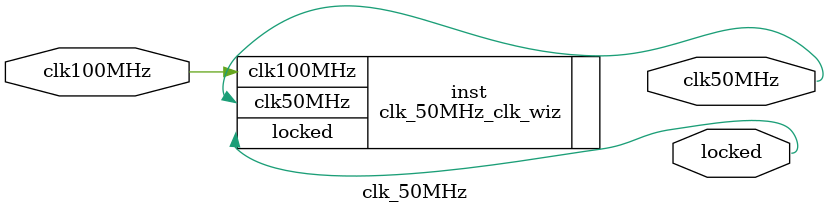
<source format=v>


`timescale 1ps/1ps

(* CORE_GENERATION_INFO = "clk_50MHz,clk_wiz_v6_0_4_0_0,{component_name=clk_50MHz,use_phase_alignment=true,use_min_o_jitter=false,use_max_i_jitter=false,use_dyn_phase_shift=false,use_inclk_switchover=false,use_dyn_reconfig=false,enable_axi=0,feedback_source=FDBK_AUTO,PRIMITIVE=MMCM,num_out_clk=1,clkin1_period=10.000,clkin2_period=10.000,use_power_down=false,use_reset=false,use_locked=true,use_inclk_stopped=false,feedback_type=SINGLE,CLOCK_MGR_TYPE=NA,manual_override=false}" *)

module clk_50MHz 
 (
  // Clock out ports
  output        clk50MHz,
  // Status and control signals
  output        locked,
 // Clock in ports
  input         clk100MHz
 );

  clk_50MHz_clk_wiz inst
  (
  // Clock out ports  
  .clk50MHz(clk50MHz),
  // Status and control signals               
  .locked(locked),
 // Clock in ports
  .clk100MHz(clk100MHz)
  );

endmodule

</source>
